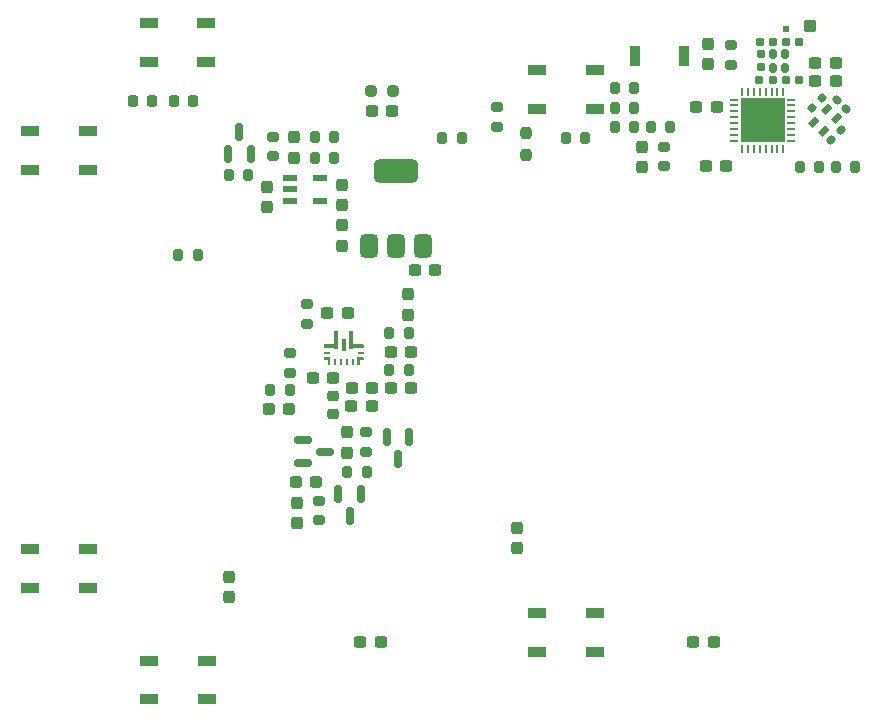
<source format=gbr>
%TF.GenerationSoftware,KiCad,Pcbnew,8.0.7*%
%TF.CreationDate,2025-02-05T21:47:27-05:00*%
%TF.ProjectId,SHERPENT20250113,53484552-5045-44e5-9432-303235303131,rev?*%
%TF.SameCoordinates,Original*%
%TF.FileFunction,Paste,Top*%
%TF.FilePolarity,Positive*%
%FSLAX46Y46*%
G04 Gerber Fmt 4.6, Leading zero omitted, Abs format (unit mm)*
G04 Created by KiCad (PCBNEW 8.0.7) date 2025-02-05 21:47:27*
%MOMM*%
%LPD*%
G01*
G04 APERTURE LIST*
G04 Aperture macros list*
%AMRoundRect*
0 Rectangle with rounded corners*
0 $1 Rounding radius*
0 $2 $3 $4 $5 $6 $7 $8 $9 X,Y pos of 4 corners*
0 Add a 4 corners polygon primitive as box body*
4,1,4,$2,$3,$4,$5,$6,$7,$8,$9,$2,$3,0*
0 Add four circle primitives for the rounded corners*
1,1,$1+$1,$2,$3*
1,1,$1+$1,$4,$5*
1,1,$1+$1,$6,$7*
1,1,$1+$1,$8,$9*
0 Add four rect primitives between the rounded corners*
20,1,$1+$1,$2,$3,$4,$5,0*
20,1,$1+$1,$4,$5,$6,$7,0*
20,1,$1+$1,$6,$7,$8,$9,0*
20,1,$1+$1,$8,$9,$2,$3,0*%
%AMRotRect*
0 Rectangle, with rotation*
0 The origin of the aperture is its center*
0 $1 length*
0 $2 width*
0 $3 Rotation angle, in degrees counterclockwise*
0 Add horizontal line*
21,1,$1,$2,0,0,$3*%
%AMFreePoly0*
4,1,5,0.200000,-0.625000,-0.200000,-0.625000,-0.200000,0.625000,0.200000,0.625000,0.200000,-0.625000,0.200000,-0.625000,$1*%
%AMFreePoly1*
4,1,5,0.200000,-0.725000,-0.200000,-0.725000,-0.200000,0.725000,0.200000,0.725000,0.200000,-0.725000,0.200000,-0.725000,$1*%
G04 Aperture macros list end*
%ADD10C,0.000000*%
%ADD11RoundRect,0.160000X-0.026517X-0.252791X0.252791X0.026517X0.026517X0.252791X-0.252791X-0.026517X0*%
%ADD12RoundRect,0.090000X-0.660000X-0.360000X0.660000X-0.360000X0.660000X0.360000X-0.660000X0.360000X0*%
%ADD13RoundRect,0.237500X-0.300000X-0.237500X0.300000X-0.237500X0.300000X0.237500X-0.300000X0.237500X0*%
%ADD14RoundRect,0.237500X0.237500X-0.287500X0.237500X0.287500X-0.237500X0.287500X-0.237500X-0.287500X0*%
%ADD15RoundRect,0.200000X0.275000X-0.200000X0.275000X0.200000X-0.275000X0.200000X-0.275000X-0.200000X0*%
%ADD16RoundRect,0.150000X-0.150000X0.587500X-0.150000X-0.587500X0.150000X-0.587500X0.150000X0.587500X0*%
%ADD17RoundRect,0.155000X0.212500X0.155000X-0.212500X0.155000X-0.212500X-0.155000X0.212500X-0.155000X0*%
%ADD18RoundRect,0.237500X0.237500X-0.300000X0.237500X0.300000X-0.237500X0.300000X-0.237500X-0.300000X0*%
%ADD19RoundRect,0.237500X0.300000X0.237500X-0.300000X0.237500X-0.300000X-0.237500X0.300000X-0.237500X0*%
%ADD20RoundRect,0.200000X0.200000X0.275000X-0.200000X0.275000X-0.200000X-0.275000X0.200000X-0.275000X0*%
%ADD21RoundRect,0.200000X-0.200000X-0.275000X0.200000X-0.275000X0.200000X0.275000X-0.200000X0.275000X0*%
%ADD22RoundRect,0.155000X-0.212500X-0.155000X0.212500X-0.155000X0.212500X0.155000X-0.212500X0.155000X0*%
%ADD23RoundRect,0.155000X-0.155000X0.212500X-0.155000X-0.212500X0.155000X-0.212500X0.155000X0.212500X0*%
%ADD24RoundRect,0.200000X-0.275000X0.200000X-0.275000X-0.200000X0.275000X-0.200000X0.275000X0.200000X0*%
%ADD25RoundRect,0.090000X0.660000X0.360000X-0.660000X0.360000X-0.660000X-0.360000X0.660000X-0.360000X0*%
%ADD26RoundRect,0.160000X-0.160000X0.222500X-0.160000X-0.222500X0.160000X-0.222500X0.160000X0.222500X0*%
%ADD27RoundRect,0.218750X0.218750X0.256250X-0.218750X0.256250X-0.218750X-0.256250X0.218750X-0.256250X0*%
%ADD28RoundRect,0.010000X-0.445000X-0.445000X0.445000X-0.445000X0.445000X0.445000X-0.445000X0.445000X0*%
%ADD29RoundRect,0.010190X-0.244810X-0.244810X0.244810X-0.244810X0.244810X0.244810X-0.244810X0.244810X0*%
%ADD30RoundRect,0.155000X0.040659X0.259862X-0.259862X-0.040659X-0.040659X-0.259862X0.259862X0.040659X0*%
%ADD31RoundRect,0.237500X-0.237500X0.300000X-0.237500X-0.300000X0.237500X-0.300000X0.237500X0.300000X0*%
%ADD32RoundRect,0.150000X-0.587500X-0.150000X0.587500X-0.150000X0.587500X0.150000X-0.587500X0.150000X0*%
%ADD33RoundRect,0.237500X0.250000X0.237500X-0.250000X0.237500X-0.250000X-0.237500X0.250000X-0.237500X0*%
%ADD34RoundRect,0.218750X-0.218750X-0.256250X0.218750X-0.256250X0.218750X0.256250X-0.218750X0.256250X0*%
%ADD35RoundRect,0.237500X0.287500X0.237500X-0.287500X0.237500X-0.287500X-0.237500X0.287500X-0.237500X0*%
%ADD36R,0.575000X0.250000*%
%ADD37R,0.225000X0.700000*%
%ADD38R,0.549999X0.249999*%
%ADD39FreePoly0,90.000000*%
%ADD40FreePoly1,180.000000*%
%ADD41R,0.399999X1.000000*%
%ADD42FreePoly0,270.000000*%
%ADD43R,0.249999X0.549999*%
%ADD44RoundRect,0.375000X0.375000X-0.625000X0.375000X0.625000X-0.375000X0.625000X-0.375000X-0.625000X0*%
%ADD45RoundRect,0.500000X1.400000X-0.500000X1.400000X0.500000X-1.400000X0.500000X-1.400000X-0.500000X0*%
%ADD46R,0.889000X1.803400*%
%ADD47RoundRect,0.237500X-0.237500X0.287500X-0.237500X-0.287500X0.237500X-0.287500X0.237500X0.287500X0*%
%ADD48RoundRect,0.237500X0.237500X-0.250000X0.237500X0.250000X-0.237500X0.250000X-0.237500X-0.250000X0*%
%ADD49RotRect,0.838200X0.533400X225.000000*%
%ADD50RoundRect,0.150000X0.150000X-0.587500X0.150000X0.587500X-0.150000X0.587500X-0.150000X-0.587500X0*%
%ADD51RoundRect,0.218750X0.256250X-0.218750X0.256250X0.218750X-0.256250X0.218750X-0.256250X-0.218750X0*%
%ADD52R,0.254000X0.660400*%
%ADD53R,0.660400X0.254000*%
%ADD54R,3.759200X3.759200*%
%ADD55R,1.270000X0.558800*%
%ADD56RoundRect,0.155000X-0.259862X0.040659X0.040659X-0.259862X0.259862X-0.040659X-0.040659X0.259862X0*%
G04 APERTURE END LIST*
D10*
%TO.C,U2*%
G36*
X160918714Y-102716214D02*
G01*
X160918711Y-103316213D01*
X160868714Y-103366213D01*
X160743713Y-103366213D01*
X160693713Y-103316213D01*
X160693713Y-102916214D01*
X160393714Y-102916214D01*
X160343714Y-102866214D01*
X160343714Y-102716214D01*
X160393714Y-102666214D01*
X160868714Y-102666211D01*
X160918714Y-102716214D01*
G37*
G36*
X161593714Y-100516213D02*
G01*
X161593714Y-101866213D01*
X161543714Y-101916213D01*
X160393714Y-101916213D01*
X160343714Y-101866213D01*
X160343711Y-101616214D01*
X160393714Y-101566214D01*
X161243712Y-101566214D01*
X161243712Y-100516213D01*
X161293712Y-100466213D01*
X161543711Y-100466213D01*
X161593714Y-100516213D01*
G37*
G36*
X162843714Y-100516213D02*
G01*
X162843714Y-101566214D01*
X163693712Y-101566214D01*
X163743715Y-101616214D01*
X163743712Y-101866213D01*
X163693712Y-101916213D01*
X162543712Y-101916213D01*
X162493712Y-101866213D01*
X162493712Y-100516213D01*
X162543715Y-100466213D01*
X162793714Y-100466213D01*
X162843714Y-100516213D01*
G37*
G36*
X163743712Y-102716214D02*
G01*
X163743712Y-102866211D01*
X163693712Y-102916214D01*
X163393713Y-102916214D01*
X163393713Y-103316213D01*
X163343713Y-103366213D01*
X163218712Y-103366213D01*
X163168715Y-103316213D01*
X163168712Y-102716214D01*
X163218714Y-102666214D01*
X163693712Y-102666211D01*
X163743712Y-102716214D01*
G37*
%TO.C,U7*%
G36*
X197416700Y-82503101D02*
G01*
X195737100Y-82503101D01*
X195737100Y-80823501D01*
X197416700Y-80823501D01*
X197416700Y-82503101D01*
G37*
G36*
X197416700Y-84382701D02*
G01*
X195737100Y-84382701D01*
X195737100Y-82703101D01*
X197416700Y-82703101D01*
X197416700Y-84382701D01*
G37*
G36*
X199296300Y-82503101D02*
G01*
X197616700Y-82503101D01*
X197616700Y-80823501D01*
X199296300Y-80823501D01*
X199296300Y-82503101D01*
G37*
G36*
X199296300Y-84382701D02*
G01*
X197616700Y-84382701D01*
X197616700Y-82703101D01*
X199296300Y-82703101D01*
X199296300Y-84382701D01*
G37*
%TD*%
D11*
%TO.C,R24*%
X201697904Y-81563696D03*
X202542896Y-80718704D03*
%TD*%
D12*
%TO.C,D9*%
X145517600Y-74347200D03*
X145517600Y-77647200D03*
X150417600Y-77647200D03*
X150417600Y-74347200D03*
%TD*%
D13*
%TO.C,C12*%
X166007988Y-102196888D03*
X167732988Y-102196888D03*
%TD*%
D14*
%TO.C,D2*%
X162344000Y-110781200D03*
X162344000Y-109031200D03*
%TD*%
D12*
%TO.C,D8*%
X178410600Y-78360400D03*
X178410600Y-81660400D03*
X183310600Y-81660400D03*
X183310600Y-78360400D03*
%TD*%
D15*
%TO.C,R9*%
X157492600Y-103987088D03*
X157492600Y-102337088D03*
%TD*%
D16*
%TO.C,Q4*%
X167596600Y-109426100D03*
X165696600Y-109426100D03*
X166646600Y-111301100D03*
%TD*%
D14*
%TO.C,D3*%
X157835545Y-85781945D03*
X157835545Y-84031945D03*
%TD*%
D17*
%TO.C,C25*%
X198376300Y-79196900D03*
X197241300Y-79196900D03*
%TD*%
D13*
%TO.C,C3*%
X162699600Y-106807400D03*
X164424600Y-106807400D03*
%TD*%
D18*
%TO.C,C4*%
X161899545Y-89813700D03*
X161899545Y-88088700D03*
%TD*%
D19*
%TO.C,C5*%
X161123700Y-104445200D03*
X159398700Y-104445200D03*
%TD*%
D13*
%TO.C,C29*%
X191637500Y-126800000D03*
X193362500Y-126800000D03*
%TD*%
D20*
%TO.C,R2*%
X153974200Y-87274800D03*
X152324200Y-87274800D03*
%TD*%
D21*
%TO.C,R18*%
X148050000Y-94000000D03*
X149700000Y-94000000D03*
%TD*%
D22*
%TO.C,C16*%
X199485200Y-75945700D03*
X200620200Y-75945700D03*
%TD*%
D23*
%TO.C,C23*%
X197402400Y-76995100D03*
X197402400Y-78130100D03*
%TD*%
D24*
%TO.C,R10*%
X175000000Y-81500000D03*
X175000000Y-83150000D03*
%TD*%
D25*
%TO.C,D17*%
X150450000Y-131648600D03*
X150450000Y-128348600D03*
X145550000Y-128348600D03*
X145550000Y-131648600D03*
%TD*%
D12*
%TO.C,D10*%
X135466400Y-83512800D03*
X135466400Y-86812800D03*
X140366400Y-86812800D03*
X140366400Y-83512800D03*
%TD*%
D20*
%TO.C,R1*%
X182475000Y-84100000D03*
X180825000Y-84100000D03*
%TD*%
D21*
%TO.C,R26*%
X155829400Y-105435800D03*
X157479400Y-105435800D03*
%TD*%
D14*
%TO.C,D6*%
X187261400Y-86599600D03*
X187261400Y-84849600D03*
%TD*%
D26*
%TO.C,L2*%
X199434400Y-76998800D03*
X199434400Y-78143800D03*
%TD*%
D21*
%TO.C,R13*%
X165890888Y-103720888D03*
X167540888Y-103720888D03*
%TD*%
%TO.C,R11*%
X165891988Y-100647488D03*
X167541988Y-100647488D03*
%TD*%
D19*
%TO.C,C14*%
X166162500Y-81800000D03*
X164437500Y-81800000D03*
%TD*%
D18*
%TO.C,C11*%
X167478988Y-99070488D03*
X167478988Y-97345488D03*
%TD*%
D15*
%TO.C,R14*%
X156070200Y-85673600D03*
X156070200Y-84023600D03*
%TD*%
D27*
%TO.C,F3*%
X149287500Y-81000000D03*
X147712500Y-81000000D03*
%TD*%
D17*
%TO.C,C20*%
X198401700Y-75945700D03*
X197266700Y-75945700D03*
%TD*%
D26*
%TO.C,L3*%
X198418400Y-76998800D03*
X198418400Y-78143800D03*
%TD*%
D20*
%TO.C,R20*%
X186625000Y-83198600D03*
X184975000Y-83198600D03*
%TD*%
D18*
%TO.C,C30*%
X161898200Y-93216900D03*
X161898200Y-91491900D03*
%TD*%
D28*
%TO.C,U6*%
X201553150Y-74638800D03*
D29*
X199453400Y-74838550D03*
%TD*%
D20*
%TO.C,R17*%
X186625000Y-79845800D03*
X184975000Y-79845800D03*
%TD*%
D25*
%TO.C,D16*%
X140366400Y-122228000D03*
X140366400Y-118928000D03*
X135466400Y-118928000D03*
X135466400Y-122228000D03*
%TD*%
D30*
%TO.C,C28*%
X204121655Y-83443817D03*
X203319089Y-84246383D03*
%TD*%
D15*
%TO.C,R22*%
X194800000Y-77925000D03*
X194800000Y-76275000D03*
%TD*%
D31*
%TO.C,C10*%
X152300000Y-121237500D03*
X152300000Y-122962500D03*
%TD*%
D32*
%TO.C,Q3*%
X158609100Y-109713600D03*
X158609100Y-111613600D03*
X160484100Y-110663600D03*
%TD*%
D19*
%TO.C,C15*%
X169785100Y-95301200D03*
X168060100Y-95301200D03*
%TD*%
D18*
%TO.C,C1*%
X155587600Y-89966100D03*
X155587600Y-88241100D03*
%TD*%
D13*
%TO.C,C21*%
X163437500Y-126800000D03*
X165162500Y-126800000D03*
%TD*%
D24*
%TO.C,R5*%
X159946600Y-114838600D03*
X159946600Y-116488600D03*
%TD*%
D33*
%TO.C,D28*%
X166212500Y-80100000D03*
X164387500Y-80100000D03*
%TD*%
D21*
%TO.C,R7*%
X159601345Y-84017945D03*
X161251345Y-84017945D03*
%TD*%
D34*
%TO.C,F2*%
X144212500Y-81000000D03*
X145787500Y-81000000D03*
%TD*%
D18*
%TO.C,C26*%
X192910350Y-77862500D03*
X192910350Y-76137500D03*
%TD*%
D21*
%TO.C,R16*%
X184974000Y-81534900D03*
X186624000Y-81534900D03*
%TD*%
D35*
%TO.C,D29*%
X157427800Y-107036000D03*
X155677800Y-107036000D03*
%TD*%
D15*
%TO.C,R6*%
X163946600Y-110688600D03*
X163946600Y-109038600D03*
%TD*%
D36*
%TO.C,U2*%
X163456213Y-102791213D03*
D37*
X163281213Y-103016213D03*
D38*
X163468714Y-102291214D03*
D39*
X163118713Y-101716213D03*
D40*
X162693713Y-101191213D03*
D41*
X162043713Y-101666213D03*
D40*
X161393713Y-101191213D03*
D42*
X160963713Y-101716213D03*
D38*
X160618712Y-102291214D03*
D37*
X160806213Y-103016213D03*
D36*
X160631213Y-102791213D03*
D43*
X161293712Y-103091212D03*
X161793713Y-103091212D03*
X162293713Y-103091212D03*
X162793714Y-103091212D03*
%TD*%
D25*
%TO.C,D18*%
X183310600Y-127635400D03*
X183310600Y-124335400D03*
X178410600Y-124335400D03*
X178410600Y-127635400D03*
%TD*%
D20*
%TO.C,R28*%
X205333000Y-86551400D03*
X203683000Y-86551400D03*
%TD*%
D18*
%TO.C,C9*%
X176700000Y-118862500D03*
X176700000Y-117137500D03*
%TD*%
D15*
%TO.C,R12*%
X158918088Y-99846888D03*
X158918088Y-98196888D03*
%TD*%
D16*
%TO.C,Q1*%
X163496600Y-114226100D03*
X161596600Y-114226100D03*
X162546600Y-116101100D03*
%TD*%
D24*
%TO.C,R23*%
X189166400Y-84850600D03*
X189166400Y-86500600D03*
%TD*%
D44*
%TO.C,U5*%
X164144800Y-93243800D03*
X166444800Y-93243800D03*
D45*
X166444800Y-86943800D03*
D44*
X168744800Y-93243800D03*
%TD*%
D13*
%TO.C,C13*%
X160667600Y-98908000D03*
X162392600Y-98908000D03*
%TD*%
%TO.C,C6*%
X166006888Y-105270288D03*
X167731888Y-105270288D03*
%TD*%
%TO.C,C19*%
X201975500Y-77726000D03*
X203700500Y-77726000D03*
%TD*%
D46*
%TO.C,SW2*%
X186742902Y-77139500D03*
X190842898Y-77139500D03*
%TD*%
D47*
%TO.C,D25*%
X158046600Y-114988600D03*
X158046600Y-116738600D03*
%TD*%
D13*
%TO.C,C2*%
X162700700Y-105283400D03*
X164425700Y-105283400D03*
%TD*%
D20*
%TO.C,R8*%
X161251345Y-85821345D03*
X159601345Y-85821345D03*
%TD*%
D21*
%TO.C,R21*%
X188023400Y-83198600D03*
X189673400Y-83198600D03*
%TD*%
D35*
%TO.C,D1*%
X159721600Y-113263600D03*
X157971600Y-113263600D03*
%TD*%
D20*
%TO.C,R27*%
X202310400Y-86551400D03*
X200660400Y-86551400D03*
%TD*%
D48*
%TO.C,D4*%
X177500000Y-85512500D03*
X177500000Y-83687500D03*
%TD*%
D20*
%TO.C,R4*%
X172025000Y-84100000D03*
X170375000Y-84100000D03*
%TD*%
D49*
%TO.C,Y1*%
X202997028Y-81631254D03*
X201883477Y-82744805D03*
X202678972Y-83540300D03*
X203792523Y-82426749D03*
%TD*%
D50*
%TO.C,Q2*%
X152265200Y-85491145D03*
X154165200Y-85491145D03*
X153215200Y-83616145D03*
%TD*%
D51*
%TO.C,L1*%
X161124800Y-107518600D03*
X161124800Y-105943600D03*
%TD*%
D20*
%TO.C,R3*%
X163971600Y-112363600D03*
X162321600Y-112363600D03*
%TD*%
D19*
%TO.C,C17*%
X194398800Y-86449800D03*
X192673800Y-86449800D03*
%TD*%
D13*
%TO.C,C22*%
X201975500Y-79250000D03*
X203700500Y-79250000D03*
%TD*%
D52*
%TO.C,U7*%
X199266699Y-80202801D03*
X198766700Y-80202801D03*
X198266701Y-80202801D03*
X197766700Y-80202801D03*
X197266700Y-80202801D03*
X196766699Y-80202801D03*
X196266700Y-80202801D03*
X195766701Y-80202801D03*
D53*
X195116400Y-80853102D03*
X195116400Y-81353101D03*
X195116400Y-81853100D03*
X195116400Y-82353101D03*
X195116400Y-82853101D03*
X195116400Y-83353102D03*
X195116400Y-83853101D03*
X195116400Y-84353100D03*
D52*
X195766701Y-85003401D03*
X196266700Y-85003401D03*
X196766699Y-85003401D03*
X197266700Y-85003401D03*
X197766700Y-85003401D03*
X198266701Y-85003401D03*
X198766700Y-85003401D03*
X199266699Y-85003401D03*
D53*
X199917000Y-84353100D03*
X199917000Y-83853101D03*
X199917000Y-83353102D03*
X199917000Y-82853101D03*
X199917000Y-82353101D03*
X199917000Y-81853100D03*
X199917000Y-81353101D03*
X199917000Y-80853102D03*
D54*
X197516700Y-82603101D03*
%TD*%
D55*
%TO.C,U1*%
X157479945Y-87523145D03*
X157479945Y-88462945D03*
X157479945Y-89402745D03*
X160070745Y-89402745D03*
X160070745Y-87523145D03*
%TD*%
D56*
%TO.C,C27*%
X203796572Y-80873300D03*
X204599138Y-81675866D03*
%TD*%
D19*
%TO.C,C24*%
X193609200Y-81522200D03*
X191884200Y-81522200D03*
%TD*%
D22*
%TO.C,C18*%
X199476500Y-79196900D03*
X200611500Y-79196900D03*
%TD*%
M02*

</source>
